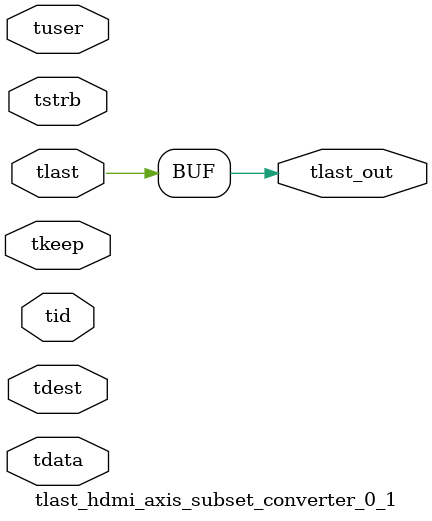
<source format=v>


`timescale 1ps/1ps

module tlast_hdmi_axis_subset_converter_0_1 #
(
parameter C_S_AXIS_TID_WIDTH   = 1,
parameter C_S_AXIS_TUSER_WIDTH = 0,
parameter C_S_AXIS_TDATA_WIDTH = 0,
parameter C_S_AXIS_TDEST_WIDTH = 0
)
(
input  [(C_S_AXIS_TID_WIDTH   == 0 ? 1 : C_S_AXIS_TID_WIDTH)-1:0       ] tid,
input  [(C_S_AXIS_TDATA_WIDTH == 0 ? 1 : C_S_AXIS_TDATA_WIDTH)-1:0     ] tdata,
input  [(C_S_AXIS_TUSER_WIDTH == 0 ? 1 : C_S_AXIS_TUSER_WIDTH)-1:0     ] tuser,
input  [(C_S_AXIS_TDEST_WIDTH == 0 ? 1 : C_S_AXIS_TDEST_WIDTH)-1:0     ] tdest,
input  [(C_S_AXIS_TDATA_WIDTH/8)-1:0 ] tkeep,
input  [(C_S_AXIS_TDATA_WIDTH/8)-1:0 ] tstrb,
input  [0:0]                                                             tlast,
output                                                                   tlast_out
);

assign tlast_out = {tlast};

endmodule


</source>
